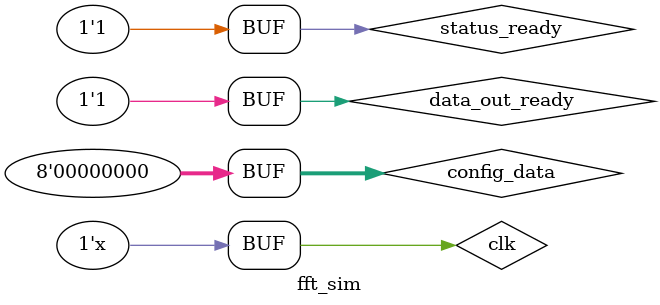
<source format=v>
`timescale 1ns / 1ps


module fft_sim();

wire [31:0] data_out_real;
wire [31:0] data_out_imag;

wire [63:0]data_out;
wire [15:0] data_out_user;
wire data_out_last, data_out_valid;
reg data_out_ready;

wire [7:0] status_data;
wire status_valid;
reg status_ready;

reg [63:0] data_complex[0:7];
reg [63:0] data_in;
reg data_in_last, data_in_valid;
wire data_in_ready;

reg [7:0] config_data;
reg config_valid;

reg clk;

wire event_data_in_channel_halt_0, event_data_out_channel_halt_0, event_frame_started_0, event_status_channel_halt_0;
wire event_tlast_missing_0, event_tlast_unexpected_0, s_axis_config_tready_0;

localparam S_START = 3'd0,
           S_SEND  = 3'd1,
           S_DONE  = 3'd2;

reg [2:0] c_state;
reg [7:0] ctr;

assign data_out_real = data_out[31:0];
assign data_out_imag = data_out[63:32];

initial begin

clk = 1'b0;
data_out_ready = 1'b1;
data_in_last = 1'b0;
data_in_valid = 1'b0;

config_valid = 1'b1;
config_data = 8'b0000_0000;

status_ready = 1'b1;

c_state = S_START;
ctr = 8'd0;

data_complex[0] = 64'h000000003f800000;
data_complex[1] = 64'hbf641901bee87171;
data_complex[2] = 64'h3f4f1bbdbf167918;
data_complex[3] = 64'h3e20305b3f7cd925;
data_complex[4] = 64'hbf737871be9e377a;
data_complex[5] = 64'h3f3504f3bf3504f3;
data_complex[6] = 64'h3e9e377a3f737871;
data_complex[7] = 64'hbf7cd925be20305b;
end

always #1 clk = ~clk;

always @ (posedge clk) begin
    
    case (c_state)
        
        S_START: begin
            if (data_in_ready && ctr == 8'd2) begin
                c_state = S_SEND;
                ctr = 8'd0;
            end else begin
                ctr = ctr + 8'd1;
            end
        end
        
        S_SEND: begin
            
            config_valid = 1'b0;
            if (ctr == 8'd8) begin
                c_state = S_DONE;
                data_in_valid = 1'b0;
            end else begin
                data_in_valid = 1'b1;
                //data_in[63: 32] = {24'd0, ctr} + 32'd1;
                //data_in[31: 0] = {24'd0, ctr} + 32'd1;
                data_in = data_complex[ctr];
                ctr = ctr + 8'b0001;
                if (ctr == 8'd8) begin
                    data_in_last = 1'b1;
                end
            end
            
        end
        
        S_DONE: begin
            if (ctr == 8'd100) begin
                ctr = 8'd0;
                data_in_last = 1'b0;
                c_state = S_START;
                config_valid = 1'b1;
            end else begin
                ctr = ctr + 8'd1;
                c_state = S_DONE;
            end
            //data_in_last = 1'b0;
        end
    endcase
end

fft_wrapper fft_wrapper_0
   (.M_AXIS_DATA_0_tdata(data_out),
    .M_AXIS_DATA_0_tlast(data_out_last),
    .M_AXIS_DATA_0_tready(data_out_ready),
    .M_AXIS_DATA_0_tvalid(data_out_valid),
    .M_AXIS_DATA_0_tuser(data_out_user),
    
    .M_AXIS_STATUS_0_tdata(status_data),
    .M_AXIS_STATUS_0_tready(status_ready),
    .M_AXIS_STATUS_0_tvalid(status_valid),
    
    .S_AXIS_DATA_0_tdata(data_in),
    .S_AXIS_DATA_0_tlast(data_in_last),
    .S_AXIS_DATA_0_tready(data_in_ready),
    .S_AXIS_DATA_0_tvalid(data_in_valid),
    
    .aclk_0(clk),
    
    .event_data_in_channel_halt_0(event_data_in_channel_halt_0),
    .event_data_out_channel_halt_0(event_data_out_channel_halt_0),
    .event_frame_started_0(event_frame_started_0),
    .event_status_channel_halt_0(event_status_channel_halt_0),
    .event_tlast_missing_0(event_tlast_missing_0),
    .event_tlast_unexpected_0(event_tlast_unexpected_0),
    
    .S_AXIS_CONFIG_0_tdata(config_data),
    .S_AXIS_CONFIG_0_tvalid(config_valid),
    .S_AXIS_CONFIG_0_tready(s_axis_config_tready_0));
    
endmodule

</source>
